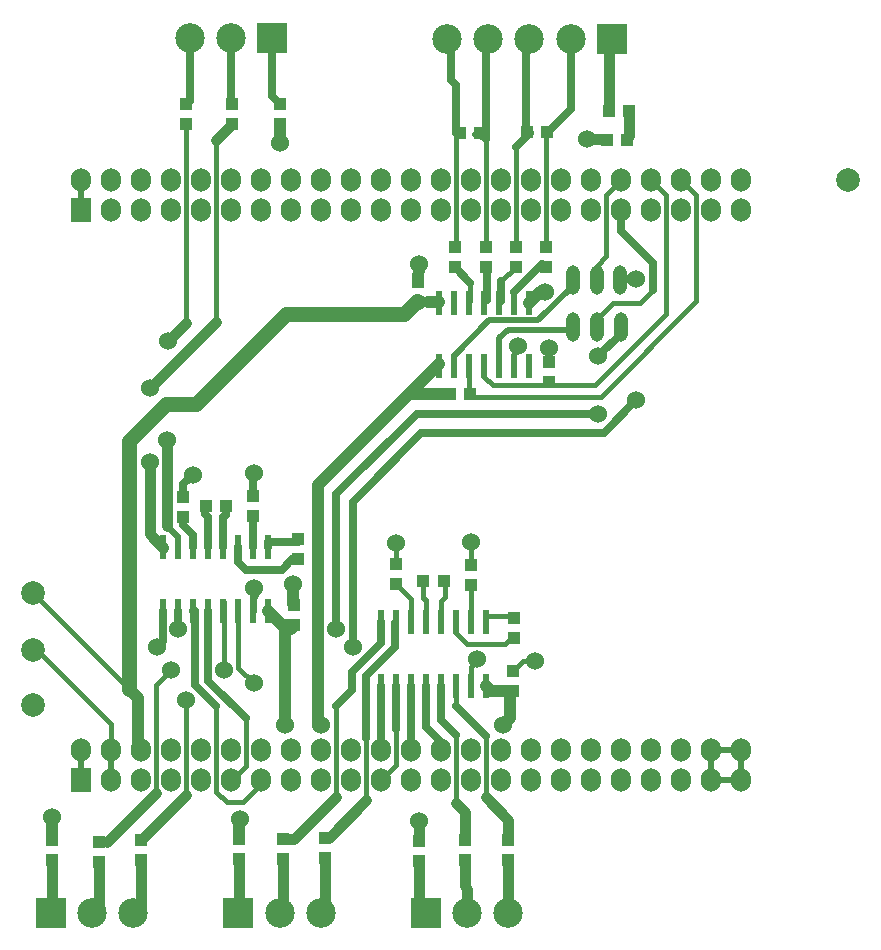
<source format=gtl>
G04 DipTrace 3.3.1.3*
G04 Communicationboardv03.gtl*
%MOMM*%
G04 #@! TF.FileFunction,Copper,L1,Top*
G04 #@! TF.Part,Single*
G04 #@! TA.AperFunction,Conductor*
%ADD13C,0.508*%
%ADD14C,0.381*%
%ADD15C,1.016*%
%ADD16C,0.4*%
%ADD17C,1.27*%
%ADD18C,0.635*%
%ADD19C,0.889*%
%ADD20C,0.762*%
%ADD21C,0.6*%
%ADD22C,1.0*%
%ADD23C,0.3*%
%ADD29R,1.0X1.1*%
%ADD30R,1.1X1.0*%
G04 #@! TA.AperFunction,ComponentPad*
%ADD31C,2.0*%
%ADD33C,2.5*%
%ADD34R,2.5X2.5*%
%ADD36O,1.7X2.0*%
%ADD37R,1.7X2.0*%
%ADD39R,0.6X2.0*%
%ADD41O,1.2X2.5*%
G04 #@! TA.AperFunction,ViaPad*
%ADD43C,1.524*%
%FSLAX35Y35*%
G04*
G71*
G90*
G75*
G01*
G04 Top*
%LPD*%
X762000Y-127000D2*
D13*
Y127000D1*
X103067Y976370D2*
D14*
X132190D1*
X762000Y346560D1*
Y127000D1*
X4168793Y627090D2*
D15*
X4143220Y601517D1*
Y398473D1*
X4082407Y337660D1*
X4168793Y627090D2*
X3976410D1*
X3937000Y666500D1*
X2312870Y1181747D2*
X2233407D1*
Y337660D1*
X2095500Y1301500D2*
X2242097Y1154903D1*
X2286027D1*
X2312870Y1181747D1*
X3631580Y3136260D2*
X3282493D1*
X2516903Y2370670D1*
Y337660D1*
D16*
X2540893D1*
X3540617Y3374717D2*
Y3394383D1*
D15*
X3282493Y3136260D1*
X1016000Y127000D2*
X987100D1*
Y565723D1*
X911917Y640907D1*
D16*
X99917Y1452907D1*
X3540617Y3914717D2*
Y3919880D1*
D15*
X3442047D1*
D16*
X3364410D1*
D17*
X3354827Y3929467D1*
X3243640Y3818280D1*
X2243600D1*
X1484443Y3059123D1*
X1229987D1*
X911917Y2741053D1*
Y640907D1*
X508000Y4953000D2*
D13*
Y4699000D1*
Y-127000D2*
Y127000D1*
X5842000D2*
X6096000D1*
Y-127000D2*
Y127000D1*
X5842000D2*
Y-127000D1*
X6096000D1*
X3364410Y4089880D2*
D15*
X3368163Y4243843D1*
X3175000Y1704000D2*
D16*
X3174883Y1877550D1*
X1375617Y2267303D2*
D18*
Y2375717D1*
X1455143Y2455243D1*
X1966023Y2273480D2*
Y2466887D1*
X1971903Y2472767D1*
X2312870Y1351747D2*
D15*
X2303423Y1361193D1*
Y1532170D1*
X1843000Y-630833D2*
Y-467313D1*
D16*
X1851253Y-459060D1*
X3373580Y-645343D2*
D19*
Y-480597D1*
X3366270Y-473287D1*
X3809750Y1695330D2*
D16*
Y1885860D1*
X3812733Y1888843D1*
X4437143Y4004070D2*
X4391970D1*
D15*
X4302617Y3914717D1*
X4204960Y3550837D2*
D18*
Y3527033D1*
D16*
X4175617Y3497690D1*
Y3374717D1*
X4791637Y5300840D2*
D19*
X4951350D1*
X4961377Y5290813D1*
X2194930Y5424187D2*
D15*
Y5267787D1*
X2189160Y5262017D1*
X3810000Y666500D2*
D16*
Y831947D1*
X3862393Y884340D1*
Y896823D1*
X1971100Y1495647D2*
D20*
Y1439050D1*
D21*
X1968500D1*
Y1301500D1*
X4474470Y3532617D2*
D16*
Y3410180D1*
X4470947D1*
X4348607Y881240D2*
X4252943D1*
X4168793Y797090D1*
X258557Y-441887D2*
D15*
Y-630457D1*
D22*
X260680D1*
X263000Y-632777D1*
X3670763Y4214007D2*
D18*
X3803733Y4081037D1*
D16*
Y3923833D1*
X3794617Y3914717D1*
X3048000Y1206500D2*
D18*
Y1031340D1*
X2801603Y784943D1*
Y635283D1*
X2666427Y500107D1*
D16*
Y-268413D1*
D19*
X2311397Y-623443D1*
X2219340D1*
X4979080Y5536727D2*
Y6121247D1*
X5004873Y6147040D1*
X5131377Y5290813D2*
Y5303647D1*
X5149080Y5321350D1*
Y5536727D1*
X4175617Y3914717D2*
D16*
Y4006877D1*
D18*
X4411610Y4242870D1*
D16*
X4441443D1*
Y4216710D1*
X4187427Y4212667D2*
Y4218390D1*
X4062900Y4093863D1*
D18*
Y3929000D1*
D16*
X4048617Y3914717D1*
X3809750Y1525330D2*
D14*
Y1206500D1*
X3810000D1*
X3302000D2*
Y1407000D1*
X3175000Y1534000D1*
X3937000Y1206500D2*
Y1264500D1*
X4178150D1*
Y1241067D1*
X3683000Y1206500D2*
Y1116757D1*
X3776957Y1022800D1*
X4097250D1*
X4142917Y1068467D1*
X4178150D1*
Y1071067D1*
X3556000Y1206500D2*
Y1387657D1*
X3593340Y1424997D1*
Y1540160D1*
X3577500Y1556000D1*
X3429000Y1206500D2*
Y1393057D1*
X3407500Y1414557D1*
Y1556000D1*
X1966023Y2103480D2*
D18*
X1968500Y1841500D1*
X1460500D2*
Y1944693D1*
X1375617Y2029577D1*
Y2097303D1*
X2095500Y1841500D2*
Y1890150D1*
X2344807D1*
Y1911213D1*
X1841500Y1841500D2*
Y1714500D1*
X1905000Y1651000D1*
X2207953D1*
X2298167Y1741213D1*
X2344807D1*
X1736250Y2190750D2*
Y2117250D1*
X1714500Y2095500D1*
Y1841500D1*
X1587500D2*
Y2095500D1*
X1558247Y2124753D1*
Y2190750D1*
X1566250D1*
X3556000Y666500D2*
Y382970D1*
X3683630Y255340D1*
D16*
Y-325743D1*
D19*
X3758610Y-400723D1*
Y-634723D1*
X2574283Y-614667D2*
D16*
X2604093D1*
D19*
X2922297Y-296463D1*
D14*
Y226613D1*
D18*
Y751150D1*
X3168510Y997363D1*
Y1200010D1*
D16*
X3175000Y1206500D1*
X3683000Y666500D2*
Y502180D1*
D18*
X3937440Y247740D1*
D16*
Y-272893D1*
D19*
X4127390Y-462843D1*
Y-634723D1*
X660003Y-650800D2*
D16*
X727457D1*
D19*
X1141753Y-236503D1*
D16*
Y677180D1*
X1268617Y804040D1*
X1716360D2*
Y1382820D1*
X1714500Y1384680D1*
Y1301500D1*
X1841500D2*
Y823483D1*
X1971300Y693683D1*
X1397817Y549543D2*
Y-252620D1*
D19*
X1013013Y-637423D1*
X3373580Y-815343D2*
Y-1196630D1*
D23*
X3427500Y-1250550D1*
X263000Y-802777D2*
D19*
Y-1240050D1*
D23*
X252500Y-1250550D1*
X1843000Y-800833D2*
D19*
Y-1247550D1*
D23*
X1840000Y-1250550D1*
X1333500Y1841500D2*
D13*
Y1925473D1*
X1234933Y2024040D1*
D19*
Y2751033D1*
X1247850Y3591900D2*
X1395620Y3739670D1*
D14*
Y5424187D1*
X1400493D1*
X1786450D2*
D19*
Y5426047D1*
X1650973Y5290570D1*
D14*
Y3752253D1*
D19*
X1091983Y3193263D1*
Y2568167D2*
Y1951263D1*
X1206500Y1836747D1*
Y1841500D1*
X2127523Y6158520D2*
D18*
Y5661593D1*
X2194930Y5594187D1*
X3937473Y4212437D2*
D16*
Y4206570D1*
X3946507Y4197537D1*
D18*
Y3939607D1*
D16*
X3921617Y3914717D1*
X3794617Y3374717D2*
Y3143223D1*
X3801580Y3136260D1*
X3806927D1*
X3826767Y3116420D1*
X4906910D1*
X5715973Y3925483D1*
Y4825027D1*
X5588000Y4953000D1*
X4470947Y3240180D2*
D14*
Y3214353D1*
X3993707D1*
X3921617Y3286443D1*
Y3374717D1*
X4470947Y3240180D2*
D16*
Y3214353D1*
X4856807D1*
X5460517Y3818063D1*
Y4826483D1*
X5334000Y4953000D1*
X3758610Y-804723D2*
D19*
Y-1028110D1*
X3777500Y-1047000D1*
Y-1250550D1*
X4127390Y-804723D2*
X4127500Y-1250550D1*
X2219340Y-793443D2*
Y-1221210D1*
D14*
X2190000Y-1250550D1*
X2574283Y-784667D2*
D19*
Y-1216267D1*
D14*
X2540000Y-1250550D1*
X660003Y-820800D2*
D19*
Y-1250550D1*
D14*
X602500D1*
X1013013Y-807423D2*
D19*
Y-1250550D1*
D14*
X952500D1*
X3604873Y6147040D2*
D16*
X3644097D1*
D18*
Y5798373D1*
X3684157Y5758313D1*
Y5347167D1*
D14*
Y4397400D1*
D16*
X3670763Y4384007D1*
X3713803Y5347167D2*
X3684157D1*
X3954873Y6147040D2*
X3937473D1*
D18*
Y5296760D1*
D14*
Y4382437D1*
X3883803Y5347167D2*
D16*
X3839587Y5341920D1*
X3937473Y5296760D1*
X1786450Y5594187D2*
D18*
X1777523Y5603113D1*
Y6158520D1*
X4654873Y6147040D2*
Y5549533D1*
X4486370Y5381030D1*
D16*
X4445273Y5339933D1*
D14*
Y4390540D1*
D16*
X4441443Y4386710D1*
X4452993Y5357700D2*
X4486370Y5381030D1*
X4304873Y6147040D2*
X4272243D1*
D18*
Y5346477D1*
D16*
X4307777D1*
D18*
X4191537Y5230237D1*
D14*
Y4382667D1*
D16*
X4187427D1*
X4282993Y5357700D2*
X4272243Y5346477D1*
X1400493Y5594187D2*
D18*
X1427523Y5621217D1*
Y6158520D1*
X3556000Y127000D2*
D14*
Y190500D1*
D18*
X3429000Y317500D1*
Y666500D1*
X3302000Y127000D2*
Y666500D1*
X3048000Y127000D2*
Y666500D1*
Y-127000D2*
D14*
X3175000Y0D1*
Y303320D1*
D18*
Y666500D1*
X1778000Y-127000D2*
D14*
X1770313Y-119313D1*
X1796740D1*
X1902953Y-13100D1*
Y396187D1*
D18*
X1587500Y711640D1*
Y1301500D1*
X2032000Y-127000D2*
D14*
X2004930Y-99930D1*
Y-139863D1*
X2055713D1*
X1880717Y-314860D1*
X1741247D1*
X1651910Y-225523D1*
Y501260D1*
D18*
X1474963Y678207D1*
Y1301500D1*
X1460500D1*
X5080000Y4953000D2*
D16*
X4953617Y4826617D1*
Y4305520D1*
X4875113Y4227017D1*
Y4108173D1*
X1206500Y1301500D2*
D18*
X1201603D1*
Y1045867D1*
X1152723Y996987D1*
X2807320D2*
Y2229707D1*
X3390850Y2813237D1*
X4933307D1*
X5208497Y3088427D1*
Y4114743D2*
X5075113D1*
Y4108173D1*
X4675113D2*
D13*
Y4056333D1*
X4381573Y3762793D1*
X3966160D1*
X3667617Y3464250D1*
Y3374717D1*
X5080000Y4699000D2*
D18*
Y4520990D1*
X5347563Y4253427D1*
Y4016720D1*
D16*
X5244280Y3913437D1*
X5014513D1*
X4886027Y3784950D1*
Y3720323D1*
X4876683Y3710980D1*
X1333500Y1301500D2*
D18*
Y1153130D1*
X2666147D2*
Y2290690D1*
X3350417Y2974960D1*
X4888783D1*
Y3461383D2*
X5076683Y3649283D1*
Y3710980D1*
X4676683D2*
D13*
Y3683657D1*
X4121877D1*
X4048617Y3610397D1*
Y3374717D1*
D43*
X4082407Y337660D3*
X2233407D3*
X2540893D3*
X1268617Y804040D3*
X1716360D3*
X1971300Y693683D3*
X1397817Y549543D3*
X1234933Y2751033D3*
X1247850Y3591900D3*
X1091983Y3193263D3*
Y2568167D3*
X1152723Y996987D3*
X2807320D3*
X5208497Y3088427D3*
Y4114743D3*
X1333500Y1153130D3*
X2666147D3*
X4888783Y2974960D3*
Y3461383D3*
X3368163Y4243843D3*
X3174883Y1877550D3*
X1971903Y2472767D3*
X1455143Y2455243D3*
X1971100Y1495647D3*
X2303423Y1532170D3*
X3366270Y-473287D3*
X1851253Y-459060D3*
X3862393Y896823D3*
X3812733Y1888843D3*
X4437143Y4004070D3*
X4204960Y3550837D3*
X4791637Y5300840D3*
X2189160Y5262017D3*
X4474470Y3532617D3*
X4348607Y881240D3*
X258557Y-441887D3*
D29*
X3364410Y3919880D3*
Y4089880D3*
X4178150Y1071067D3*
Y1241067D3*
D30*
X3577500Y1556000D3*
X3407500D3*
D29*
X4168793Y797090D3*
Y627090D3*
X3175000Y1534000D3*
Y1704000D3*
X3809750Y1525330D3*
Y1695330D3*
X2344807Y1741213D3*
Y1911213D3*
D30*
X1736250Y2190750D3*
X1566250D3*
D29*
X2312870Y1351747D3*
Y1181747D3*
X1375617Y2097303D3*
Y2267303D3*
X1966023Y2103480D3*
Y2273480D3*
D31*
X100387Y508140D3*
X103067Y976370D3*
D33*
X3604873Y6147040D3*
X3954873D3*
X4304873D3*
X4654873D3*
D34*
X5004873D3*
D33*
X4127500Y-1250550D3*
X3777500D3*
D34*
X3427500D3*
D33*
X2540000D3*
X2190000D3*
D34*
X1840000D3*
D33*
X952500D3*
X602500D3*
D34*
X252500D3*
D31*
X99917Y1452907D3*
D36*
X508000Y4953000D3*
X762000D3*
X1016000D3*
X1270000D3*
X1524000D3*
X1778000D3*
X2032000D3*
X2286000D3*
X2540000D3*
X2794000D3*
X3048000D3*
X3302000D3*
X3556000D3*
X3810000D3*
X4064000D3*
X4318000D3*
X4572000D3*
X4826000D3*
X5080000D3*
X5334000D3*
X5588000D3*
X5842000D3*
X6096000D3*
Y4699000D3*
X5842000D3*
X5588000D3*
X5334000D3*
X5080000D3*
X4826000D3*
X4572000D3*
X4318000D3*
X4064000D3*
X3810000D3*
X3556000D3*
X3302000D3*
X3048000D3*
X2794000D3*
X2540000D3*
X2286000D3*
X2032000D3*
X1778000D3*
X1524000D3*
X1270000D3*
X1016000D3*
X762000D3*
D37*
X508000D3*
D36*
Y127000D3*
X762000D3*
X1016000D3*
X1270000D3*
X1524000D3*
X1778000D3*
X2032000D3*
X2286000D3*
X2540000D3*
X2794000D3*
X3048000D3*
X3302000D3*
X3556000D3*
X3810000D3*
X4064000D3*
X4318000D3*
X4572000D3*
X4826000D3*
X5080000D3*
X5334000D3*
X5588000D3*
X5842000D3*
X6096000D3*
Y-127000D3*
X5842000D3*
X5588000D3*
X5334000D3*
X5080000D3*
X4826000D3*
X4572000D3*
X4318000D3*
X4064000D3*
X3810000D3*
X3556000D3*
X3302000D3*
X3048000D3*
X2794000D3*
X2540000D3*
X2286000D3*
X2032000D3*
X1778000D3*
X1524000D3*
X1270000D3*
X1016000D3*
X762000D3*
D37*
X508000D3*
D31*
X7001853Y4949717D3*
D33*
X1427523Y6158520D3*
X1777523D3*
D34*
X2127523D3*
D29*
X4127390Y-634723D3*
Y-804723D3*
X2574283Y-614667D3*
Y-784667D3*
X3758610Y-634723D3*
Y-804723D3*
X2219340Y-623443D3*
Y-793443D3*
X1013013Y-637423D3*
Y-807423D3*
X660003Y-650800D3*
Y-820800D3*
X3937473Y4382437D3*
Y4212437D3*
X3670763Y4384007D3*
Y4214007D3*
X4441443Y4386710D3*
Y4216710D3*
X4187427Y4382667D3*
Y4212667D3*
X3373580Y-645343D3*
Y-815343D3*
X263000Y-632777D3*
Y-802777D3*
X1843000Y-630833D3*
Y-800833D3*
D30*
X5149080Y5536727D3*
X4979080D3*
D29*
X1400493Y5424187D3*
Y5594187D3*
X1786450Y5424187D3*
Y5594187D3*
X2194930Y5424187D3*
Y5594187D3*
D30*
X4282993Y5357700D3*
X4452993D3*
X3801580Y3136260D3*
X3631580D3*
D29*
X4470947Y3410180D3*
Y3240180D3*
D30*
X4961377Y5290813D3*
X5131377D3*
X3713803Y5347167D3*
X3883803D3*
D39*
X3937000Y1206500D3*
X3810000D3*
X3683000D3*
X3556000D3*
X3429000D3*
X3302000D3*
X3175000D3*
X3048000D3*
Y666500D3*
X3175000D3*
X3302000D3*
X3429000D3*
X3556000D3*
X3683000D3*
X3810000D3*
X3937000D3*
X2095500Y1841500D3*
X1968500D3*
X1841500D3*
X1714500D3*
X1587500D3*
X1460500D3*
X1333500D3*
X1206500D3*
Y1301500D3*
X1333500D3*
X1460500D3*
X1587500D3*
X1714500D3*
X1841500D3*
X1968500D3*
X2095500D3*
D41*
X4876683Y3710980D3*
X4676683D3*
X5076683D3*
X4875113Y4108173D3*
X4675113D3*
X5075113D3*
D39*
X3540617Y3374717D3*
X3667617D3*
X3794617D3*
X3921617D3*
X4048617D3*
X4175617D3*
X4302617D3*
Y3914717D3*
X4175617D3*
X4048617D3*
X3921617D3*
X3794617D3*
X3667617D3*
X3540617D3*
M02*

</source>
